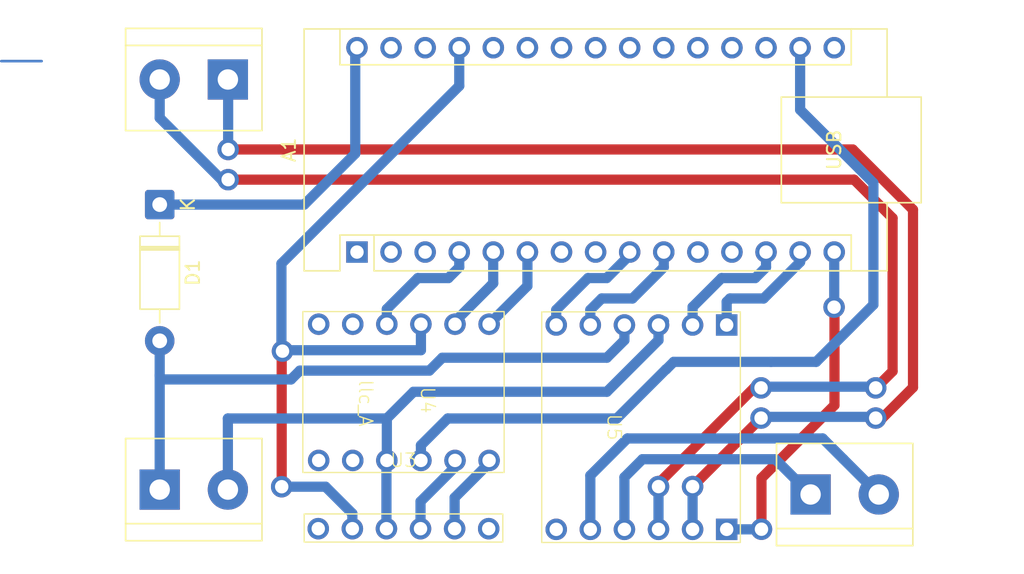
<source format=kicad_pcb>
(kicad_pcb (version 20241229) (generator "pcbnew") (generator_version "9.0")
  (layers (0 "F.Cu" signal) (2 "B.Cu" signal) (13 "F.Paste" user) (15 "B.Paste" user) (5 "F.SilkS" user "F.Silkscreen") (7 "B.SilkS" user "B.Silkscreen") (1 "F.Mask" user) (3 "B.Mask" user) (25 "Edge.Cuts" user))
  (net 0 "")
  (net 1 "SLEEP")
  (net 4 "NTX")
  (net 13 "+5V")
  (net 16 "GND")
  (net 19 "+3.3V")
  (net 20 "Net-(A1-VIN)")
  (net 23 "NRX")
  (net 25 "VBUS")
  (net 26 "llcTX")
  (net 29 "llcRX")
  (net 34 "MRP")
  (net 35 "MRN")
  (net 36 "MLP")
  (net 37 "MLN")
  (net 40 "ML2")
  (net 41 "ML1")
  (net 42 "MR1")
  (net 43 "MR2")
  (footprint "DRV8833_A:DRV8833_A_2" (layer "F.Cu") (at 160.337044 75.85 -90)
    (property "Reference" "U5" (at 0 -0.5 270) (layer "F.SilkS") (effects (font (thickness 0.1))))
    (property "Value" "~")
    (fp_rect (start -8.6 -9.9) (end 8.6 4.9) (stroke (width 0.1)) (fill no) (layer "F.SilkS"))
    (pad "1" thru_hole rect (at 7.62 -8.88 270) (size 1.6 1.6) (drill 1) (layers "*.Cu" "*.Mask") (net 1 "SLEEP"))
    (pad "2" thru_hole oval (at 7.62 -6.34 270) (size 1.6 1.6) (drill 1) (layers "*.Cu" "*.Mask") (net 36 "MLP"))
    (pad "3" thru_hole oval (at 7.62 -3.8 270) (size 1.6 1.6) (drill 1) (layers "*.Cu" "*.Mask") (net 37 "MLN"))
    (pad "4" thru_hole oval (at 7.62 -1.26 270) (size 1.6 1.6) (drill 1) (layers "*.Cu" "*.Mask") (net 34 "MRP"))
    (pad "5" thru_hole oval (at 7.62 1.28 270) (size 1.6 1.6) (drill 1) (layers "*.Cu" "*.Mask") (net 35 "MRN"))
    (pad "6" thru_hole oval (at 7.62 3.82 270) (size 1.6 1.6) (drill 1) (layers "*.Cu" "*.Mask"))
    (pad "7" thru_hole rect (at -7.62 -8.88 270) (size 1.6 1.6) (drill 1) (layers "*.Cu" "*.Mask") (net 41 "ML1"))
    (pad "8" thru_hole oval (at -7.62 -6.34 270) (size 1.6 1.6) (drill 1) (layers "*.Cu" "*.Mask") (net 40 "ML2"))
    (pad "9" thru_hole oval (at -7.62 -3.8 270) (size 1.6 1.6) (drill 1) (layers "*.Cu" "*.Mask") (net 16 "GND"))
    (pad "10" thru_hole oval (at -7.62 -1.26 270) (size 1.6 1.6) (drill 1) (layers "*.Cu" "*.Mask") (net 25 "VBUS"))
    (pad "11" thru_hole oval (at -7.62 1.28 270) (size 1.6 1.6) (drill 1) (layers "*.Cu" "*.Mask") (net 43 "MR2"))
    (pad "12" thru_hole oval (at -7.62 3.82 270) (size 1.6 1.6) (drill 1) (layers "*.Cu" "*.Mask") (net 42 "MR1"))
  )
  (footprint "TerminalBlock:TerminalBlock_bornier-2_P5.08mm" (layer "F.Cu") (at 175.47 80.87)
    (property "Reference" "REF**" (hide yes))
    (property "Value" "TerminalBlock_bornier-2_P5.08mm")
    (fp_line (start -2.54 -3.81) (end -2.54 3.81) (stroke (width 0.12)) (layer "F.SilkS"))
    (fp_line (start -2.54 3.81) (end 7.62 3.81) (stroke (width 0.12)) (layer "F.SilkS"))
    (fp_line (start 7.62 -3.81) (end -2.54 -3.81) (stroke (width 0.12)) (layer "F.SilkS"))
    (fp_line (start 7.62 2.54) (end -2.54 2.54) (stroke (width 0.12)) (layer "F.SilkS"))
    (fp_line (start 7.62 3.81) (end 7.62 -3.81) (stroke (width 0.12)) (layer "F.SilkS"))
    (pad "1" thru_hole rect (at 0 0) (size 3 3) (drill 1.52) (layers "*.Cu" "*.Mask") (net 34 "MRP"))
    (pad "2" thru_hole circle (at 5.08 0) (size 3 3) (drill 1.52) (layers "*.Cu" "*.Mask") (net 35 "MRN"))
  )
  (footprint "llc_A:llc_A" (layer "F.Cu") (at 146.435 73.83 -90)
    (property "Reference" "U4" (at 0 -0.5 270) (layer "F.SilkS") (effects (font (thickness 0.1))))
    (property "Value" "~")
    (fp_rect (start -6.6 -6.2) (end 5.4 8.8) (stroke (width 0.1)) (fill no) (layer "F.SilkS"))
    (fp_text user "llc_A" (at -1.6 4.7 270) (layer "F.SilkS") (effects (font (thickness 0.1)) (justify left bottom)))
    (pad "1" thru_hole oval (at 4.5 -5.08 270) (size 1.6 1.6) (drill 1) (layers "*.Cu" "*.Mask") (net 29 "llcRX"))
    (pad "2" thru_hole oval (at 4.5 -2.54 270) (size 1.6 1.6) (drill 1) (layers "*.Cu" "*.Mask") (net 26 "llcTX"))
    (pad "3" thru_hole oval (at 4.5 0 270) (size 1.6 1.6) (drill 1) (layers "*.Cu" "*.Mask") (net 19 "+3.3V"))
    (pad "4" thru_hole oval (at 4.5 2.54 270) (size 1.6 1.6) (drill 1) (layers "*.Cu" "*.Mask") (net 16 "GND"))
    (pad "5" thru_hole oval (at 4.5 5.08 270) (size 1.6 1.6) (drill 1) (layers "*.Cu" "*.Mask"))
    (pad "6" thru_hole oval (at 4.5 7.62 270) (size 1.6 1.6) (drill 1) (layers "*.Cu" "*.Mask"))
    (pad "7" thru_hole oval (at -5.66 -5.08 270) (size 1.6 1.6) (drill 1) (layers "*.Cu" "*.Mask") (net 23 "NRX"))
    (pad "8" thru_hole oval (at -5.66 -2.54 270) (size 1.6 1.6) (drill 1) (layers "*.Cu" "*.Mask") (net 4 "NTX"))
    (pad "9" thru_hole oval (at -5.66 0 270) (size 1.6 1.6) (drill 1) (layers "*.Cu" "*.Mask") (net 13 "+5V"))
    (pad "10" thru_hole oval (at -5.66 2.54 270) (size 1.6 1.6) (drill 1) (layers "*.Cu" "*.Mask") (net 16 "GND"))
    (pad "11" thru_hole oval (at -5.66 5.08 270) (size 1.6 1.6) (drill 1) (layers "*.Cu" "*.Mask"))
    (pad "12" thru_hole oval (at -5.66 7.62 270) (size 1.6 1.6) (drill 1) (layers "*.Cu" "*.Mask"))
  )
  (footprint "Diode_THT:D_DO-41_SOD81_P10.16mm_Horizontal" (layer "F.Cu") (at 126.97 59.25 -90)
    (property "Reference" "D1" (at 5.08 -2.47 90) (layer "F.SilkS"))
    (property "Value" "1N4007")
    (fp_line (start 1.34 0) (end 2.36 0) (stroke (width 0.12)) (layer "F.SilkS"))
    (fp_line (start 8.82 0) (end 7.8 0) (stroke (width 0.12)) (layer "F.SilkS"))
    (fp_line (start 3.14 -1.47) (end 3.14 1.47) (stroke (width 0.12)) (layer "F.SilkS"))
    (fp_line (start 3.26 -1.47) (end 3.26 1.47) (stroke (width 0.12)) (layer "F.SilkS"))
    (fp_line (start 3.38 -1.47) (end 3.38 1.47) (stroke (width 0.12)) (layer "F.SilkS"))
    (fp_rect (start 2.36 -1.47) (end 7.8 1.47) (stroke (width 0.12)) (fill no) (layer "F.SilkS"))
    (fp_text user "K" (at 0 -2.1 90) (layer "F.SilkS"))
    (pad "1" thru_hole roundrect (at 0 0 270) (size 2.2 2.2) (drill 1.1) (layers "*.Cu" "*.Mask") (roundrect_rratio 0.113636) (net 20 "Net-(A1-VIN)"))
    (pad "2" thru_hole circle (at 10.16 0 270) (size 2.2 2.2) (drill 1.1) (layers "*.Cu" "*.Mask") (net 25 "VBUS"))
  )
  (footprint "HC05_A:HC05_A" (layer "F.Cu") (at 145.135 78.82)
    (property "Reference" "U3" (at 0 -0.5 0) (layer "F.SilkS") (effects (font (thickness 0.1))))
    (property "Value" "~")
    (fp_rect (start -7.4 3.5) (end 7.4 5.6) (stroke (width 0.1)) (fill no) (layer "F.SilkS"))
    (pad "1" thru_hole oval (at -6.35 4.6 90) (size 1.6 1.6) (drill 1) (layers "*.Cu" "*.Mask"))
    (pad "2" thru_hole oval (at -3.81 4.6 90) (size 1.6 1.6) (drill 1) (layers "*.Cu" "*.Mask") (net 13 "+5V"))
    (pad "3" thru_hole oval (at -1.27 4.6 90) (size 1.6 1.6) (drill 1) (layers "*.Cu" "*.Mask") (net 16 "GND"))
    (pad "4" thru_hole oval (at 1.27 4.6 90) (size 1.6 1.6) (drill 1) (layers "*.Cu" "*.Mask") (net 26 "llcTX"))
    (pad "5" thru_hole oval (at 3.81 4.6 90) (size 1.6 1.6) (drill 1) (layers "*.Cu" "*.Mask") (net 29 "llcRX"))
    (pad "6" thru_hole oval (at 6.35 4.6 90) (size 1.6 1.6) (drill 1) (layers "*.Cu" "*.Mask"))
  )
  (footprint "Module:Arduino_Nano" (layer "F.Cu") (at 141.67 62.79 90)
    (property "Reference" "A1" (at 7.62 -5.08 90) (layer "F.SilkS"))
    (property "Value" "Arduino_Nano_v3.x")
    (fp_line (start 16.64 -3.94) (end -1.4 -3.94) (stroke (width 0.12)) (layer "F.SilkS"))
    (fp_line (start -1.4 -3.94) (end -1.4 -1.27) (stroke (width 0.12)) (layer "F.SilkS"))
    (fp_line (start 13.97 -1.27) (end 16.64 -1.27) (stroke (width 0.12)) (layer "F.SilkS"))
    (fp_line (start 13.97 -1.27) (end 13.97 36.83) (stroke (width 0.12)) (layer "F.SilkS"))
    (fp_line (start 1.27 -1.27) (end -1.4 -1.27) (stroke (width 0.12)) (layer "F.SilkS"))
    (fp_line (start 1.27 1.27) (end 1.27 -1.27) (stroke (width 0.12)) (layer "F.SilkS"))
    (fp_line (start 1.27 1.27) (end -1.4 1.27) (stroke (width 0.12)) (layer "F.SilkS"))
    (fp_line (start 1.27 1.27) (end 1.27 36.83) (stroke (width 0.12)) (layer "F.SilkS"))
    (fp_line (start -1.4 1.27) (end -1.4 39.5) (stroke (width 0.12)) (layer "F.SilkS"))
    (fp_line (start 11.56 31.62) (end 11.56 42.04) (stroke (width 0.12)) (layer "F.SilkS"))
    (fp_line (start 3.68 31.62) (end 11.56 31.62) (stroke (width 0.12)) (layer "F.SilkS"))
    (fp_line (start 13.97 36.83) (end 16.64 36.83) (stroke (width 0.12)) (layer "F.SilkS"))
    (fp_line (start 1.27 36.83) (end -1.4 36.83) (stroke (width 0.12)) (layer "F.SilkS"))
    (fp_line (start 16.64 39.5) (end 16.64 -3.94) (stroke (width 0.12)) (layer "F.SilkS"))
    (fp_line (start 16.64 39.5) (end 11.56 39.5) (stroke (width 0.12)) (layer "F.SilkS"))
    (fp_line (start -1.4 39.5) (end 3.68 39.5) (stroke (width 0.12)) (layer "F.SilkS"))
    (fp_line (start 11.56 42.04) (end 3.68 42.04) (stroke (width 0.12)) (layer "F.SilkS"))
    (fp_line (start 3.68 42.04) (end 3.68 31.62) (stroke (width 0.12)) (layer "F.SilkS"))
    (fp_text user "USB" (at 7.62 35.56 90) (layer "F.SilkS"))
    (pad "1" thru_hole rect (at 0 0 90) (size 1.6 1.6) (drill 1) (layers "*.Cu" "*.Mask"))
    (pad "2" thru_hole oval (at 0 2.54 90) (size 1.6 1.6) (drill 1) (layers "*.Cu" "*.Mask"))
    (pad "3" thru_hole oval (at 0 5.08 90) (size 1.6 1.6) (drill 1) (layers "*.Cu" "*.Mask"))
    (pad "4" thru_hole oval (at 0 7.62 90) (size 1.6 1.6) (drill 1) (layers "*.Cu" "*.Mask") (net 16 "GND"))
    (pad "5" thru_hole oval (at 0 10.16 90) (size 1.6 1.6) (drill 1) (layers "*.Cu" "*.Mask") (net 4 "NTX"))
    (pad "6" thru_hole oval (at 0 12.7 90) (size 1.6 1.6) (drill 1) (layers "*.Cu" "*.Mask") (net 23 "NRX"))
    (pad "7" thru_hole oval (at 0 15.24 90) (size 1.6 1.6) (drill 1) (layers "*.Cu" "*.Mask"))
    (pad "8" thru_hole oval (at 0 17.78 90) (size 1.6 1.6) (drill 1) (layers "*.Cu" "*.Mask"))
    (pad "9" thru_hole oval (at 0 20.32 90) (size 1.6 1.6) (drill 1) (layers "*.Cu" "*.Mask") (net 42 "MR1"))
    (pad "10" thru_hole oval (at 0 22.86 90) (size 1.6 1.6) (drill 1) (layers "*.Cu" "*.Mask") (net 43 "MR2"))
    (pad "11" thru_hole oval (at 0 25.4 90) (size 1.6 1.6) (drill 1) (layers "*.Cu" "*.Mask"))
    (pad "12" thru_hole oval (at 0 27.94 90) (size 1.6 1.6) (drill 1) (layers "*.Cu" "*.Mask"))
    (pad "13" thru_hole oval (at 0 30.48 90) (size 1.6 1.6) (drill 1) (layers "*.Cu" "*.Mask") (net 40 "ML2"))
    (pad "14" thru_hole oval (at 0 33.02 90) (size 1.6 1.6) (drill 1) (layers "*.Cu" "*.Mask") (net 41 "ML1"))
    (pad "15" thru_hole oval (at 0 35.56 90) (size 1.6 1.6) (drill 1) (layers "*.Cu" "*.Mask") (net 1 "SLEEP"))
    (pad "16" thru_hole oval (at 15.24 35.56 90) (size 1.6 1.6) (drill 1) (layers "*.Cu" "*.Mask"))
    (pad "17" thru_hole oval (at 15.24 33.02 90) (size 1.6 1.6) (drill 1) (layers "*.Cu" "*.Mask") (net 19 "+3.3V"))
    (pad "18" thru_hole oval (at 15.24 30.48 90) (size 1.6 1.6) (drill 1) (layers "*.Cu" "*.Mask"))
    (pad "19" thru_hole oval (at 15.24 27.94 90) (size 1.6 1.6) (drill 1) (layers "*.Cu" "*.Mask"))
    (pad "20" thru_hole oval (at 15.24 25.4 90) (size 1.6 1.6) (drill 1) (layers "*.Cu" "*.Mask"))
    (pad "21" thru_hole oval (at 15.24 22.86 90) (size 1.6 1.6) (drill 1) (layers "*.Cu" "*.Mask"))
    (pad "22" thru_hole oval (at 15.24 20.32 90) (size 1.6 1.6) (drill 1) (layers "*.Cu" "*.Mask"))
    (pad "23" thru_hole oval (at 15.24 17.78 90) (size 1.6 1.6) (drill 1) (layers "*.Cu" "*.Mask"))
    (pad "24" thru_hole oval (at 15.24 15.24 90) (size 1.6 1.6) (drill 1) (layers "*.Cu" "*.Mask"))
    (pad "25" thru_hole oval (at 15.24 12.7 90) (size 1.6 1.6) (drill 1) (layers "*.Cu" "*.Mask"))
    (pad "26" thru_hole oval (at 15.24 10.16 90) (size 1.6 1.6) (drill 1) (layers "*.Cu" "*.Mask"))
    (pad "27" thru_hole oval (at 15.24 7.62 90) (size 1.6 1.6) (drill 1) (layers "*.Cu" "*.Mask") (net 13 "+5V"))
    (pad "28" thru_hole oval (at 15.24 5.08 90) (size 1.6 1.6) (drill 1) (layers "*.Cu" "*.Mask"))
    (pad "29" thru_hole oval (at 15.24 2.54 90) (size 1.6 1.6) (drill 1) (layers "*.Cu" "*.Mask") (net 16 "GND"))
    (pad "30" thru_hole oval (at 15.24 0 90) (size 1.6 1.6) (drill 1) (layers "*.Cu" "*.Mask") (net 20 "Net-(A1-VIN)"))
  )
  (footprint "TerminalBlock:TerminalBlock_bornier-2_P5.08mm" (layer "F.Cu") (at 126.97 80.505)
    (property "Reference" "REF**" (hide yes))
    (property "Value" "TerminalBlock_bornier-2_P5.08mm")
    (fp_line (start -2.54 -3.81) (end -2.54 3.81) (stroke (width 0.12)) (layer "F.SilkS"))
    (fp_line (start -2.54 3.81) (end 7.62 3.81) (stroke (width 0.12)) (layer "F.SilkS"))
    (fp_line (start 7.62 -3.81) (end -2.54 -3.81) (stroke (width 0.12)) (layer "F.SilkS"))
    (fp_line (start 7.62 2.54) (end -2.54 2.54) (stroke (width 0.12)) (layer "F.SilkS"))
    (fp_line (start 7.62 3.81) (end 7.62 -3.81) (stroke (width 0.12)) (layer "F.SilkS"))
    (pad "1" thru_hole rect (at 0 0) (size 3 3) (drill 1.52) (layers "*.Cu" "*.Mask") (net 25 "VBUS"))
    (pad "2" thru_hole circle (at 5.08 0) (size 3 3) (drill 1.52) (layers "*.Cu" "*.Mask") (net 16 "GND"))
  )
  (footprint "TerminalBlock:TerminalBlock_bornier-2_P5.08mm" (layer "F.Cu") (at 132.05 49.92 180)
    (property "Reference" "REF**" (hide yes))
    (property "Value" "TerminalBlock_bornier-2_P5.08mm")
    (fp_line (start 7.62 3.81) (end 7.62 -3.81) (stroke (width 0.12)) (layer "F.SilkS"))
    (fp_line (start 7.62 2.54) (end -2.54 2.54) (stroke (width 0.12)) (layer "F.SilkS"))
    (fp_line (start 7.62 -3.81) (end -2.54 -3.81) (stroke (width 0.12)) (layer "F.SilkS"))
    (fp_line (start -2.54 3.81) (end 7.62 3.81) (stroke (width 0.12)) (layer "F.SilkS"))
    (fp_line (start -2.54 -3.81) (end -2.54 3.81) (stroke (width 0.12)) (layer "F.SilkS"))
    (pad "1" thru_hole rect (at 0 0 180) (size 3 3) (drill 1.52) (layers "*.Cu" "*.Mask") (net 36 "MLP"))
    (pad "2" thru_hole circle (at 5.08 0 180) (size 3 3) (drill 1.52) (layers "*.Cu" "*.Mask") (net 37 "MLN"))
  )
  (gr_line (start 118.17 48.55) (end 115.17 48.55) (stroke (width 0.2)) (layer "B.Cu"))
  (segment (start 171.81 79.65) (end 177.25 74.21) (width 0.76) (layer "F.Cu") (net 1))
  (segment (start 171.81 83.46) (end 171.81 79.65) (width 0.76) (layer "F.Cu") (net 1))
  (segment (start 177.25 74.21) (end 177.25 66.93) (width 0.76) (layer "F.Cu") (net 1))
  (segment (start 177.25 66.93) (end 177.22 66.9) (width 0.76) (layer "F.Cu") (net 1))
  (via (at 177.22 66.9) (size 1.6) (drill 1) (layers "F.Cu" "B.Cu") (net 1))
  (via (at 171.81 83.46) (size 1.6) (drill 1) (layers "F.Cu" "B.Cu") (net 1))
  (segment (start 169.217044 83.47) (end 171.8 83.47) (width 0.76) (layer "B.Cu") (net 1))
  (segment (start 177.23 66.89) (end 177.23 62.79) (width 0.76) (layer "B.Cu") (net 1))
  (segment (start 177.22 66.9) (end 177.23 66.89) (width 0.76) (layer "B.Cu") (net 1))
  (segment (start 171.8 83.47) (end 171.81 83.46) (width 0.76) (layer "B.Cu") (net 1))
  (segment (start 151.65 65.29) (end 151.82 65.12) (width 0.76) (layer "B.Cu") (net 4))
  (segment (start 151.82 62.8) (end 151.83 62.79) (width 0.76) (layer "B.Cu") (net 4))
  (segment (start 151.82 65.12) (end 151.82 62.8) (width 0.76) (layer "B.Cu") (net 4))
  (segment (start 148.975 68.17) (end 148.975 67.965) (width 0.76) (layer "B.Cu") (net 4))
  (segment (start 148.975 67.965) (end 151.65 65.29) (width 0.76) (layer "B.Cu") (net 4))
  (segment (start 136.06 80.29) (end 136.06 70.24) (width 0.76) (layer "F.Cu") (net 13))
  (segment (start 136.06 70.24) (end 136.12 70.18) (width 0.76) (layer "F.Cu") (net 13))
  (via (at 136.06 80.29) (size 1.6) (drill 1) (layers "F.Cu" "B.Cu") (net 13))
  (via (at 136.12 70.18) (size 1.6) (drill 1) (layers "F.Cu" "B.Cu") (net 13))
  (segment (start 136.04 70.07) (end 136.081 70.111) (width 0.76) (layer "B.Cu") (net 13))
  (segment (start 141.325 82.28863) (end 139.32637 80.29) (width 0.76) (layer "B.Cu") (net 13))
  (segment (start 146.435 70.111) (end 146.435 68.17) (width 0.76) (layer "B.Cu") (net 13))
  (segment (start 149.29 47.55) (end 149.29 50.4) (width 0.76) (layer "B.Cu") (net 13))
  (segment (start 149.29 50.4) (end 136.04 63.65) (width 0.76) (layer "B.Cu") (net 13))
  (segment (start 139.32637 80.29) (end 136.06 80.29) (width 0.76) (layer "B.Cu") (net 13))
  (segment (start 136.04 63.65) (end 136.04 70.07) (width 0.76) (layer "B.Cu") (net 13))
  (segment (start 136.081 70.111) (end 146.435 70.111) (width 0.76) (layer "B.Cu") (net 13))
  (segment (start 141.325 83.42) (end 141.325 82.28863) (width 0.76) (layer "B.Cu") (net 13))
  (segment (start 145.886 73.209) (end 143.895 75.2) (width 0.76) (layer "B.Cu") (net 16))
  (segment (start 132.05 80.505) (end 132.05 75.2) (width 0.76) (layer "B.Cu") (net 16))
  (segment (start 164.137044 68.23) (end 164.137044 69.36137) (width 0.76) (layer "B.Cu") (net 16))
  (segment (start 144.17 78.28) (end 144.12 78.33) (width 0.76) (layer "B.Cu") (net 16))
  (segment (start 146.20263 64.731) (end 148.48037 64.731) (width 0.76) (layer "B.Cu") (net 16))
  (segment (start 143.865 78.36) (end 143.895 78.33) (width 0.76) (layer "B.Cu") (net 16))
  (segment (start 143.895 68.17) (end 143.895 67.03863) (width 0.76) (layer "B.Cu") (net 16))
  (segment (start 143.895 67.03863) (end 146.20263 64.731) (width 0.76) (layer "B.Cu") (net 16))
  (segment (start 164.137044 69.36137) (end 160.289414 73.209) (width 0.76) (layer "B.Cu") (net 16))
  (segment (start 144.13 78.34) (end 144.12 78.33) (width 0.76) (layer "B.Cu") (net 16))
  (segment (start 160.289414 73.209) (end 145.886 73.209) (width 0.76) (layer "B.Cu") (net 16))
  (segment (start 148.48037 64.731) (end 149.29 63.92137) (width 0.76) (layer "B.Cu") (net 16))
  (segment (start 132.05 75.2) (end 143.895 75.2) (width 0.76) (layer "B.Cu") (net 16))
  (segment (start 143.865 83.42) (end 143.865 78.36) (width 0.76) (layer "B.Cu") (net 16))
  (segment (start 143.895 75.2) (end 143.895 78.33) (width 0.76) (layer "B.Cu") (net 16))
  (segment (start 149.29 63.92137) (end 149.29 62.79) (width 0.76) (layer "B.Cu") (net 16))
  (segment (start 164.53 67.97) (end 164.48 68.02) (width 0.8) (layer "B.Cu") (net 16))
  (segment (start 146.435 78.33) (end 146.435 77.19863) (width 0.76) (layer "B.Cu") (net 19))
  (segment (start 165.271 70.979) (end 172.52131 70.979) (width 0.76) (layer "B.Cu") (net 19))
  (segment (start 180.15 57.64) (end 174.69 52.18) (width 0.76) (layer "B.Cu") (net 19))
  (segment (start 172.52131 70.979) (end 175.885989 70.979) (width 0.76) (layer "B.Cu") (net 19))
  (segment (start 180.15 66.714989) (end 180.15 57.64) (width 0.76) (layer "B.Cu") (net 19))
  (segment (start 146.435 77.19863) (end 148.43363 75.2) (width 0.76) (layer "B.Cu") (net 19))
  (segment (start 161.03 75.2) (end 164.69 71.54) (width 0.76) (layer "B.Cu") (net 19))
  (segment (start 174.69 52.18) (end 174.69 47.55) (width 0.76) (layer "B.Cu") (net 19))
  (segment (start 175.885989 70.979) (end 180.15 66.714989) (width 0.76) (layer "B.Cu") (net 19))
  (segment (start 164.69 71.54) (end 164.71 71.54) (width 0.76) (layer "B.Cu") (net 19))
  (segment (start 148.43363 75.2) (end 161.03 75.2) (width 0.76) (layer "B.Cu") (net 19))
  (segment (start 164.71 71.54) (end 165.271 70.979) (width 0.76) (layer "B.Cu") (net 19))
  (segment (start 137.74 59.25) (end 141.54 55.45) (width 0.76) (layer "B.Cu") (net 20))
  (segment (start 141.54 55.45) (end 141.54 47.68) (width 0.76) (layer "B.Cu") (net 20))
  (segment (start 141.54 47.68) (end 141.67 47.55) (width 0.76) (layer "B.Cu") (net 20))
  (segment (start 126.52 58.73) (end 126.54 58.71) (width 0.76) (layer "B.Cu") (net 20))
  (segment (start 126.97 59.25) (end 137.74 59.25) (width 0.76) (layer "B.Cu") (net 20))
  (segment (start 154.37 65.315) (end 154.37 62.79) (width 0.76) (layer "B.Cu") (net 23))
  (segment (start 151.515 68.17) (end 154.37 65.315) (width 0.76) (layer "B.Cu") (net 23))
  (segment (start 136.754989 72.29) (end 127.27 72.29) (width 0.76) (layer "B.Cu") (net 25))
  (segment (start 147.065019 71.632) (end 137.412989 71.632) (width 0.76) (layer "B.Cu") (net 25))
  (segment (start 160.288414 70.67) (end 148.027019 70.67) (width 0.76) (layer "B.Cu") (net 25))
  (segment (start 126.97 71.99) (end 126.97 69.41) (width 0.76) (layer "B.Cu") (net 25))
  (segment (start 161.597044 68.23) (end 161.597044 69.36137) (width 0.76) (layer "B.Cu") (net 25))
  (segment (start 161.597044 69.36137) (end 160.288414 70.67) (width 0.76) (layer "B.Cu") (net 25))
  (segment (start 137.412989 71.632) (end 136.754989 72.29) (width 0.76) (layer "B.Cu") (net 25))
  (segment (start 126.97 80.505) (end 126.97 71.99) (width 0.76) (layer "B.Cu") (net 25))
  (segment (start 148.027019 70.67) (end 147.065019 71.632) (width 0.76) (layer "B.Cu") (net 25))
  (segment (start 146.405 83.42) (end 146.405 81.395) (width 0.76) (layer "B.Cu") (net 26))
  (segment (start 146.405 81.395) (end 148.975 78.825) (width 0.76) (layer "B.Cu") (net 26))
  (segment (start 148.975 78.825) (end 148.975 78.33) (width 0.76) (layer "B.Cu") (net 26))
  (segment (start 148.945 81.104989) (end 151.515 78.534989) (width 0.76) (layer "B.Cu") (net 29))
  (segment (start 148.945 83.42) (end 148.945 81.104989) (width 0.76) (layer "B.Cu") (net 29))
  (segment (start 151.515 78.534989) (end 151.515 78.33) (width 0.76) (layer "B.Cu") (net 29))
  (segment (start 151.74 78.534989) (end 151.74 78.33) (width 0.76) (layer "B.Cu") (net 29))
  (segment (start 161.597044 83.47) (end 161.597044 79.582956) (width 0.76) (layer "B.Cu") (net 34))
  (segment (start 172.84 78.24) (end 175.47 80.87) (width 0.76) (layer "B.Cu") (net 34))
  (segment (start 162.94 78.24) (end 172.84 78.24) (width 0.76) (layer "B.Cu") (net 34))
  (segment (start 161.597044 79.582956) (end 162.94 78.24) (width 0.76) (layer "B.Cu") (net 34))
  (segment (start 161.82 76.69) (end 176.37 76.69) (width 0.76) (layer "B.Cu") (net 35))
  (segment (start 177.909 78.229) (end 180.55 80.87) (width 0.76) (layer "B.Cu") (net 35))
  (segment (start 159.057044 83.47) (end 159.057044 79.452956) (width 0.76) (layer "B.Cu") (net 35))
  (segment (start 176.37 76.69) (end 177.909 78.229) (width 0.76) (layer "B.Cu") (net 35))
  (segment (start 159.057044 79.452956) (end 161.82 76.69) (width 0.76) (layer "B.Cu") (net 35))
  (segment (start 166.677044 80.28) (end 166.677044 80.272956) (width 0.76) (layer "F.Cu") (net 36))
  (segment (start 132.07 55.14) (end 178.611018 55.14) (width 0.76) (layer "F.Cu") (net 36))
  (segment (start 178.611018 55.14) (end 183.101 59.629982) (width 0.76) (layer "F.Cu") (net 36))
  (segment (start 180.814989 75.17) (end 180.32 75.17) (width 0.76) (layer "F.Cu") (net 36))
  (segment (start 183.101 72.883989) (end 180.814989 75.17) (width 0.76) (layer "F.Cu") (net 36))
  (segment (start 183.101 59.629982) (end 183.101 72.883989) (width 0.76) (layer "F.Cu") (net 36))
  (segment (start 166.677044 80.272956) (end 171.78 75.17) (width 0.76) (layer "F.Cu") (net 36))
  (via (at 132.07 55.14) (size 1.6) (drill 1) (layers "F.Cu" "B.Cu") (net 36))
  (via (at 180.32 75.17) (size 1.6) (drill 1) (layers "F.Cu" "B.Cu") (net 36))
  (via (at 166.677044 80.28) (size 1.6) (drill 1) (layers "F.Cu" "B.Cu") (net 36))
  (via (at 171.78 75.17) (size 1.6) (drill 1) (layers "F.Cu" "B.Cu") (net 36))
  (segment (start 166.677044 83.47) (end 166.677044 80.28) (width 0.76) (layer "B.Cu") (net 36))
  (segment (start 171.78 75.17) (end 171.87 75.08) (width 0.76) (layer "B.Cu") (net 36))
  (segment (start 132.07 55.14) (end 132.07 49.94) (width 0.76) (layer "B.Cu") (net 36))
  (segment (start 171.87 75.08) (end 180.23 75.08) (width 0.76) (layer "B.Cu") (net 36))
  (segment (start 132.07 49.94) (end 132.05 49.92) (width 0.76) (layer "B.Cu") (net 36))
  (segment (start 180.23 75.08) (end 180.32 75.17) (width 0.76) (layer "B.Cu") (net 36))
  (segment (start 164.137044 80.042956) (end 171.26 72.92) (width 0.76) (layer "F.Cu") (net 37))
  (segment (start 164.137044 80.28) (end 164.137044 80.042956) (width 0.76) (layer "F.Cu") (net 37))
  (segment (start 132.07 57.39) (end 178.71 57.39) (width 0.76) (layer "F.Cu") (net 37))
  (segment (start 178.71 57.39) (end 181.58 60.26) (width 0.76) (layer "F.Cu") (net 37))
  (segment (start 181.58 71.68) (end 180.34 72.92) (width 0.76) (layer "F.Cu") (net 37))
  (segment (start 181.58 60.26) (end 181.58 71.68) (width 0.76) (layer "F.Cu") (net 37))
  (segment (start 180.34 72.92) (end 180.32 72.92) (width 0.76) (layer "F.Cu") (net 37))
  (segment (start 171.26 72.92) (end 171.78 72.92) (width 0.76) (layer "F.Cu") (net 37))
  (via (at 132.07 57.39) (size 1.6) (drill 1) (layers "F.Cu" "B.Cu") (net 37))
  (via (at 180.32 72.92) (size 1.6) (drill 1) (layers "F.Cu" "B.Cu") (net 37))
  (via (at 171.78 72.92) (size 1.6) (drill 1) (layers "F.Cu" "B.Cu") (net 37))
  (via (at 164.137044 80.28) (size 1.6) (drill 1) (layers "F.Cu" "B.Cu") (net 37))
  (segment (start 164.137044 83.47) (end 164.137044 80.28) (width 0.76) (layer "B.Cu") (net 37))
  (segment (start 180.23 72.83) (end 180.32 72.92) (width 0.76) (layer "B.Cu") (net 37))
  (segment (start 126.97 52.784989) (end 126.97 49.92) (width 0.76) (layer "B.Cu") (net 37))
  (segment (start 171.78 72.92) (end 171.87 72.83) (width 0.76) (layer "B.Cu") (net 37))
  (segment (start 131.575011 57.39) (end 126.97 52.784989) (width 0.76) (layer "B.Cu") (net 37))
  (segment (start 132.07 57.39) (end 131.575011 57.39) (width 0.76) (layer "B.Cu") (net 37))
  (segment (start 171.87 72.83) (end 180.23 72.83) (width 0.76) (layer "B.Cu") (net 37))
  (segment (start 166.677044 68.23) (end 166.677044 66.888) (width 0.76) (layer "B.Cu") (net 40))
  (segment (start 171.34037 64.731) (end 172.15 63.92137) (width 0.76) (layer "B.Cu") (net 40))
  (segment (start 166.677044 66.888) (end 168.834044 64.731) (width 0.76) (layer "B.Cu") (net 40))
  (segment (start 172.15 63.92137) (end 172.15 62.79) (width 0.76) (layer "B.Cu") (net 40))
  (segment (start 168.834044 64.731) (end 171.34037 64.731) (width 0.76) (layer "B.Cu") (net 40))
  (segment (start 169.217044 66.499018) (end 169.464062 66.252) (width 0.76) (layer "B.Cu") (net 41))
  (segment (start 169.217044 68.23) (end 169.217044 66.499018) (width 0.76) (layer "B.Cu") (net 41))
  (segment (start 169.464062 66.252) (end 171.970388 66.252) (width 0.76) (layer "B.Cu") (net 41))
  (segment (start 174.69 63.532388) (end 174.69 62.79) (width 0.76) (layer "B.Cu") (net 41))
  (segment (start 171.970388 66.252) (end 174.69 63.532388) (width 0.76) (layer "B.Cu") (net 41))
  (segment (start 156.517044 67.09863) (end 158.884674 64.731) (width 0.76) (layer "B.Cu") (net 42))
  (segment (start 160.279 64.731) (end 161.99 63.02) (width 0.76) (layer "B.Cu") (net 42))
  (segment (start 156.517044 68.23) (end 156.517044 67.09863) (width 0.76) (layer "B.Cu") (net 42))
  (segment (start 158.884674 64.731) (end 160.279 64.731) (width 0.76) (layer "B.Cu") (net 42))
  (segment (start 161.99 63.02) (end 161.99 62.79) (width 0.76) (layer "B.Cu") (net 42))
  (segment (start 159.057044 68.23) (end 159.057044 67.09863) (width 0.76) (layer "B.Cu") (net 43))
  (segment (start 159.057044 67.09863) (end 159.903674 66.252) (width 0.76) (layer "B.Cu") (net 43))
  (segment (start 162.19937 66.252) (end 164.53 63.92137) (width 0.76) (layer "B.Cu") (net 43))
  (segment (start 159.903674 66.252) (end 162.19937 66.252) (width 0.76) (layer "B.Cu") (net 43))
  (segment (start 164.53 63.92137) (end 164.53 62.79) (width 0.76) (layer "B.Cu") (net 43))
)
</source>
